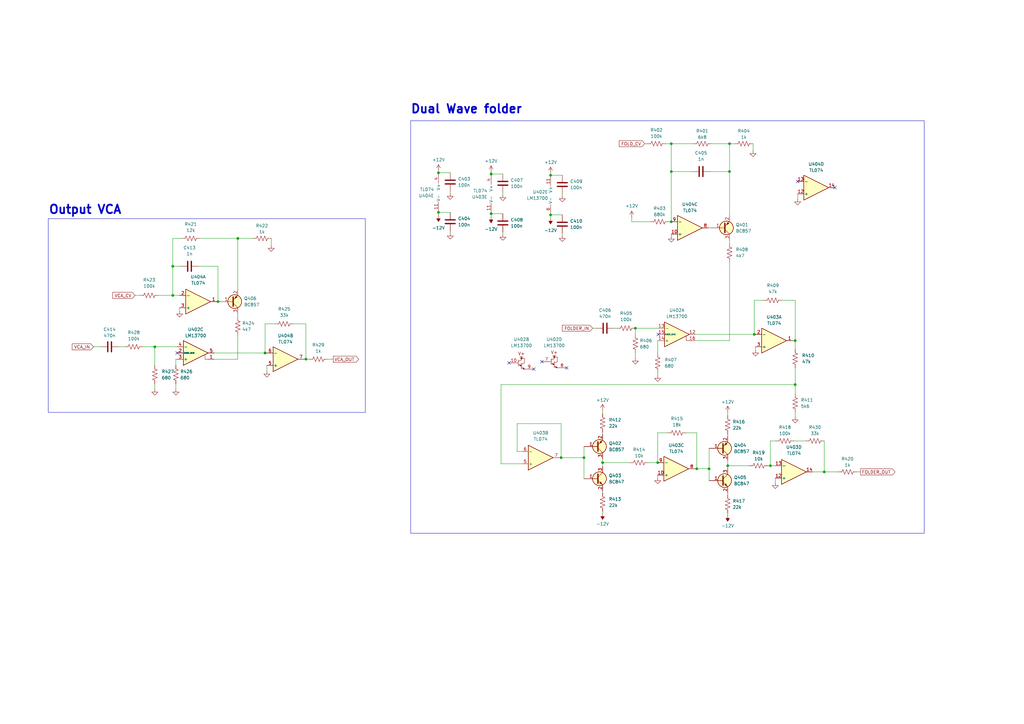
<source format=kicad_sch>
(kicad_sch (version 20231120) (generator "eeschema") (generator_version "8.0")
  (paper "A3")
  (lib_symbols
    (symbol "Amplifier_Operational:LM13700" (pin_names (offset 0.127))
      (property "Reference" "U" (at 3.81 5.08 0))
      (property "Value" "LM13700" (at 5.08 -5.08 0))
      (symbol "LM13700_1_1"
        (polyline (pts (xy 3.81 -0.635) (xy 3.81 -2.54) (xy 5.08 -2.54)))
        (polyline (pts (xy 5.08 0) (xy -5.08 -5.08) (xy -5.08 5.08) (xy 5.08 0)) (stroke (width 0.254)) (fill (type background)))
        (pin output line (at 7.62 0 180) (length 2.54) (name "~") (number "12"))
        (pin input line (at -7.62 2.54 0) (length 2.54) (name "-") (number "13"))
        (pin input line (at -7.62 -2.54 0) (length 2.54) (name "+") (number "14"))
        (pin input line (at -7.62 0 0) (length 2.54) (name "DIODE_BIAS") (number "15"))
        (pin input line (at 7.62 -2.54 180) (length 2.54) (name "~") (number "16"))
      )
      (symbol "LM13700_2_0"
        (polyline (pts (xy -1.905 2.54) (xy -3.175 2.54)))
      )
      (symbol "LM13700_2_1"
        (circle (center -2.54 1.905) (radius 0.254) (stroke (width 0.254)) (fill (type outline)))
        (polyline (pts (xy -3.81 -0.635) (xy -2.54 -1.27)))
        (polyline (pts (xy -3.81 1.27) (xy -3.81 -1.27)))
        (polyline (pts (xy -2.54 -1.905) (xy -1.27 -2.54)))
        (polyline (pts (xy -2.54 0) (xy -2.54 -2.54)))
        (polyline (pts (xy -3.81 0.635) (xy -2.54 1.27) (xy -2.54 1.905) (xy -2.54 2.54)))
        (polyline (pts (xy -2.54 -1.27) (xy -3.175 -0.635) (xy -3.175 -1.27) (xy -2.54 -1.27)) (fill (type outline)))
        (polyline (pts (xy -2.54 -0.635) (xy -1.27 0) (xy -1.27 1.905) (xy -2.54 1.905)))
        (polyline (pts (xy -1.27 -2.54) (xy -1.905 -1.905) (xy -1.905 -2.54) (xy -1.27 -2.54)) (fill (type outline)))
        (text "V+" (at -2.54 3.81 0) (effects (font (size 1.27 1.27))))
        (pin input line (at -7.62 0 0) (length 3.81) (name "~") (number "10"))
        (pin output line (at 2.54 -2.54 180) (length 3.81) (name "~") (number "9"))
      )
      (symbol "LM13700_3_1"
        (polyline (pts (xy 3.81 -0.635) (xy 3.81 -2.54) (xy 5.08 -2.54)))
        (polyline (pts (xy 5.08 0) (xy -5.08 -5.08) (xy -5.08 5.08) (xy 5.08 0)) (stroke (width 0.254)) (fill (type background)))
        (pin input line (at 7.62 -2.54 180) (length 2.54) (name "~") (number "1"))
        (pin input line (at -7.62 0 0) (length 2.54) (name "DIODE_BIAS") (number "2"))
        (pin input line (at -7.62 -2.54 0) (length 2.54) (name "+") (number "3"))
        (pin input line (at -7.62 2.54 0) (length 2.54) (name "-") (number "4"))
        (pin output line (at 7.62 0 180) (length 2.54) (name "~") (number "5"))
      )
      (symbol "LM13700_4_0"
        (polyline (pts (xy -3.175 2.54) (xy -1.905 2.54)))
        (text "V+" (at -2.54 3.81 0) (effects (font (size 1.27 1.27))))
      )
      (symbol "LM13700_4_1"
        (circle (center -2.54 1.905) (radius 0.254) (stroke (width 0.254)) (fill (type outline)))
        (polyline (pts (xy -3.81 -0.635) (xy -2.54 -1.27)))
        (polyline (pts (xy -3.81 1.27) (xy -3.81 -1.27)))
        (polyline (pts (xy -2.54 -1.905) (xy -1.27 -2.54)))
        (polyline (pts (xy -2.54 0) (xy -2.54 -2.54)))
        (polyline (pts (xy -3.81 0.635) (xy -2.54 1.27) (xy -2.54 2.54)))
        (polyline (pts (xy -2.54 -1.27) (xy -3.175 -0.635) (xy -3.175 -1.27) (xy -2.54 -1.27)) (fill (type outline)))
        (polyline (pts (xy -2.54 -0.635) (xy -1.27 0) (xy -1.27 1.905) (xy -2.54 1.905)))
        (polyline (pts (xy -1.27 -2.54) (xy -1.905 -1.905) (xy -1.905 -2.54) (xy -1.27 -2.54)) (fill (type outline)))
        (pin input line (at -7.62 0 0) (length 3.81) (name "~") (number "7"))
        (pin output line (at 2.54 -2.54 180) (length 3.81) (name "~") (number "8"))
      )
      (symbol "LM13700_5_1"
        (pin power_in line (at -2.54 7.62 270) (length 3.81) (name "V+") (number "11"))
        (pin power_in line (at -2.54 -7.62 90) (length 3.81) (name "V-") (number "6"))
      )
    )
    (symbol "Amplifier_Operational:TL074" (pin_names (offset 0.127))
      (property "Reference" "U" (at 0 5.08 0))
      (property "Value" "TL074" (at 0 -5.08 0))
      (symbol "TL074_1_1"
        (polyline (pts (xy -5.08 5.08) (xy 5.08 0) (xy -5.08 -5.08) (xy -5.08 5.08)) (stroke (width 0.254)) (fill (type background)))
        (pin output line (at 7.62 0 180) (length 2.54) (name "~") (number "1"))
        (pin input line (at -7.62 -2.54 0) (length 2.54) (name "-") (number "2"))
        (pin input line (at -7.62 2.54 0) (length 2.54) (name "+") (number "3"))
      )
      (symbol "TL074_2_1"
        (polyline (pts (xy -5.08 5.08) (xy 5.08 0) (xy -5.08 -5.08) (xy -5.08 5.08)) (stroke (width 0.254)) (fill (type background)))
        (pin input line (at -7.62 2.54 0) (length 2.54) (name "+") (number "5"))
        (pin input line (at -7.62 -2.54 0) (length 2.54) (name "-") (number "6"))
        (pin output line (at 7.62 0 180) (length 2.54) (name "~") (number "7"))
      )
      (symbol "TL074_3_1"
        (polyline (pts (xy -5.08 5.08) (xy 5.08 0) (xy -5.08 -5.08) (xy -5.08 5.08)) (stroke (width 0.254)) (fill (type background)))
        (pin input line (at -7.62 2.54 0) (length 2.54) (name "+") (number "10"))
        (pin output line (at 7.62 0 180) (length 2.54) (name "~") (number "8"))
        (pin input line (at -7.62 -2.54 0) (length 2.54) (name "-") (number "9"))
      )
      (symbol "TL074_4_1"
        (polyline (pts (xy -5.08 5.08) (xy 5.08 0) (xy -5.08 -5.08) (xy -5.08 5.08)) (stroke (width 0.254)) (fill (type background)))
        (pin input line (at -7.62 2.54 0) (length 2.54) (name "+") (number "12"))
        (pin input line (at -7.62 -2.54 0) (length 2.54) (name "-") (number "13"))
        (pin output line (at 7.62 0 180) (length 2.54) (name "~") (number "14"))
      )
      (symbol "TL074_5_1"
        (pin power_in line (at -2.54 -7.62 90) (length 3.81) (name "V-") (number "11"))
        (pin power_in line (at -2.54 7.62 270) (length 3.81) (name "V+") (number "4"))
      )
    )
    (symbol "Device:C" (pin_numbers hide) (pin_names (offset 0.254))
      (property "Reference" "C" (at 0.635 2.54 0))
      (property "Value" "C" (at 0.635 -2.54 0))
      (symbol "C_0_1"
        (polyline (pts (xy -2.032 -0.762) (xy 2.032 -0.762)) (stroke (width 0.508)))
        (polyline (pts (xy -2.032 0.762) (xy 2.032 0.762)) (stroke (width 0.508)))
      )
      (symbol "C_1_1"
        (pin passive line (at 0 3.81 270) (length 2.794) (name "~") (number "1"))
        (pin passive line (at 0 -3.81 90) (length 2.794) (name "~") (number "2"))
      )
    )
    (symbol "Device:R_US" (pin_numbers hide) (pin_names (offset 0))
      (property "Reference" "R" (at 2.54 0 90))
      (property "Value" "R_US" (at -2.54 0 90))
      (symbol "R_US_0_1"
        (polyline (pts (xy 0 -2.286) (xy 0 -2.54)))
        (polyline (pts (xy 0 2.286) (xy 0 2.54)))
        (polyline (pts (xy 0 -0.762) (xy 1.016 -1.143) (xy 0 -1.524) (xy -1.016 -1.905) (xy 0 -2.286)))
        (polyline (pts (xy 0 0.762) (xy 1.016 0.381) (xy 0 0) (xy -1.016 -0.381) (xy 0 -0.762)))
        (polyline (pts (xy 0 2.286) (xy 1.016 1.905) (xy 0 1.524) (xy -1.016 1.143) (xy 0 0.762)))
      )
      (symbol "R_US_1_1"
        (pin passive line (at 0 3.81 270) (length 1.27) (name "~") (number "1"))
        (pin passive line (at 0 -3.81 90) (length 1.27) (name "~") (number "2"))
      )
    )
    (symbol "PCM_Transistor_BJT_AKL:BC847" (pin_names hide)
      (property "Reference" "Q" (at 5.08 1.27 0))
      (property "Value" "BC847" (at 5.08 -1.27 0))
      (symbol "BC847_0_1"
        (polyline (pts (xy 0.635 0.635) (xy 2.54 2.54)))
        (polyline (pts (xy 0.635 -0.635) (xy 2.54 -2.54) (xy 2.54 -2.54)))
        (polyline (pts (xy 0.635 1.905) (xy 0.635 -1.905) (xy 0.635 -1.905)) (stroke (width 0.508)))
        (polyline (pts (xy 1.27 -1.778) (xy 1.778 -1.27) (xy 2.286 -2.286) (xy 1.27 -1.778) (xy 1.27 -1.778)) (fill (type outline)))
        (circle (center 1.27 0) (radius 2.8194) (stroke (width 0.254)) (fill (type background)))
      )
      (symbol "BC847_1_1"
        (pin input line (at -5.08 0 0) (length 5.715) (name "B") (number "1"))
        (pin passive line (at 2.54 -5.08 90) (length 2.54) (name "E") (number "2"))
        (pin passive line (at 2.54 5.08 270) (length 2.54) (name "C") (number "3"))
      )
    )
    (symbol "PCM_Transistor_BJT_AKL:BC857" (pin_names hide)
      (property "Reference" "Q" (at 5.08 1.27 0))
      (property "Value" "BC857" (at 5.08 -1.27 0))
      (symbol "BC857_0_1"
        (polyline (pts (xy 0.635 -0.635) (xy 2.54 -2.54)))
        (polyline (pts (xy 0.635 -1.905) (xy 0.635 1.905) (xy 0.635 1.905)) (stroke (width 0.508)))
        (polyline (pts (xy 0.635 0.635) (xy 2.54 2.54) (xy 2.54 2.54)))
        (polyline (pts (xy 2.286 1.778) (xy 1.778 2.286) (xy 1.27 1.27) (xy 2.286 1.778) (xy 2.286 1.778)) (fill (type outline)))
        (circle (center 1.27 0) (radius 2.8194) (stroke (width 0.254)) (fill (type background)))
      )
      (symbol "BC857_1_1"
        (pin input line (at -5.08 0 0) (length 5.715) (name "B") (number "1"))
        (pin passive line (at 2.54 5.08 270) (length 2.54) (name "E") (number "2"))
        (pin passive line (at 2.54 -5.08 90) (length 2.54) (name "C") (number "3"))
      )
    )
    (symbol "power:+12V" (power) (pin_names (offset 0))
      (property "Value" "+12V" (at 0 3.556 0))
      (symbol "+12V_0_1"
        (polyline (pts (xy -0.762 1.27) (xy 0 2.54)))
        (polyline (pts (xy 0 0) (xy 0 2.54)))
        (polyline (pts (xy 0 2.54) (xy 0.762 1.27)))
      )
      (symbol "+12V_1_1"
        (pin power_in line (at 0 0 90) (length 0) hide (name "+12V") (number "1"))
      )
    )
    (symbol "power:-12V" (power) (pin_names (offset 0))
      (property "Value" "-12V" (at 0 3.81 0))
      (symbol "-12V_0_0"
        (pin power_in line (at 0 0 90) (length 0) hide (name "-12V") (number "1"))
      )
      (symbol "-12V_0_1"
        (polyline (pts (xy 0 0) (xy 0 1.27) (xy 0.762 1.27) (xy 0 2.54) (xy -0.762 1.27) (xy 0 1.27)) (fill (type outline)))
      )
    )
    (symbol "power:GND" (power) (pin_names (offset 0))
      (symbol "GND_0_1"
        (polyline (pts (xy 0 0) (xy 0 -1.27) (xy 1.27 -1.27) (xy 0 -2.54) (xy -1.27 -1.27) (xy 0 -1.27)))
      )
      (symbol "GND_1_1"
        (pin power_in line (at 0 0 270) (length 0) hide (name "GND") (number "1"))
      )
    )
  )
  (junction (at 275.336 58.928))
  (junction (at 299.212 70.358))
  (junction (at 309.372 137.16))
  (junction (at 315.976 191.008))
  (junction (at 70.866 121.158))
  (junction (at 275.336 70.358))
  (junction (at 298.45 191.008))
  (junction (at 285.75 192.278))
  (junction (at 247.142 189.738))
  (junction (at 108.712 144.78))
  (junction (at 70.866 109.22))
  (junction (at 97.536 97.79))
  (junction (at 338.074 193.548))
  (junction (at 326.136 157.734))
  (junction (at 290.83 192.278))
  (junction (at 275.336 90.932))
  (junction (at 299.212 58.928))
  (junction (at 179.832 70.866))
  (junction (at 201.422 71.374))
  (junction (at 179.832 87.122))
  (junction (at 225.806 71.882))
  (junction (at 201.422 87.63))
  (junction (at 326.136 139.7))
  (junction (at 89.408 123.698))
  (junction (at 230.124 187.706))
  (junction (at 63.5 142.24))
  (junction (at 125.476 147.32))
  (junction (at 260.604 134.62))
  (junction (at 269.748 189.738))
  (junction (at 239.522 187.706))
  (junction (at 225.806 88.138))
  (no_connect (at 72.644 144.78))
  (no_connect (at 232.41 150.876))
  (no_connect (at 218.948 151.384))
  (no_connect (at 208.788 148.844))
  (no_connect (at 327.152 74.422))
  (no_connect (at 270.002 137.16))
  (no_connect (at 222.25 148.336))
  (no_connect (at 342.392 76.962))
  (wire (pts (xy 48.768 142.24) (xy 51.054 142.24)))
  (wire (pts (xy 326.136 123.19) (xy 326.136 139.7)))
  (wire (pts (xy 291.338 70.358) (xy 299.212 70.358)))
  (wire (pts (xy 179.832 87.122) (xy 179.832 88.392)))
  (wire (pts (xy 285.242 137.16) (xy 309.372 137.16)))
  (wire (pts (xy 201.422 71.374) (xy 201.422 71.882)))
  (wire (pts (xy 320.802 123.19) (xy 326.136 123.19)))
  (wire (pts (xy 309.372 137.16) (xy 309.88 137.16)))
  (wire (pts (xy 97.536 97.79) (xy 103.632 97.79)))
  (wire (pts (xy 87.884 144.78) (xy 108.712 144.78)))
  (wire (pts (xy 285.242 139.7) (xy 299.212 139.7)))
  (wire (pts (xy 72.644 142.24) (xy 63.5 142.24)))
  (wire (pts (xy 230.124 187.706) (xy 229.362 187.706)))
  (wire (pts (xy 247.142 177.292) (xy 247.142 178.054)))
  (wire (pts (xy 298.45 210.566) (xy 298.45 211.328)))
  (wire (pts (xy 269.748 177.546) (xy 269.748 189.738)))
  (wire (pts (xy 134.366 147.32) (xy 136.652 147.32)))
  (wire (pts (xy 260.604 134.62) (xy 260.604 137.16)))
  (wire (pts (xy 326.136 143.256) (xy 326.136 139.7)))
  (wire (pts (xy 326.136 169.164) (xy 326.136 170.942)))
  (wire (pts (xy 214.122 190.246) (xy 205.486 190.246)))
  (wire (pts (xy 201.422 87.63) (xy 206.248 87.63)))
  (wire (pts (xy 247.142 201.422) (xy 247.142 202.184)))
  (wire (pts (xy 275.336 96.012) (xy 275.336 96.774)))
  (wire (pts (xy 338.074 193.548) (xy 343.789 193.548)))
  (wire (pts (xy 299.212 88.392) (xy 299.212 70.358)))
  (wire (pts (xy 72.136 149.86) (xy 72.136 147.32)))
  (wire (pts (xy 201.422 87.63) (xy 201.422 88.9)))
  (wire (pts (xy 351.409 193.548) (xy 352.933 193.548)))
  (wire (pts (xy 108.712 144.78) (xy 109.474 144.78)))
  (wire (pts (xy 63.5 142.24) (xy 58.674 142.24)))
  (wire (pts (xy 179.832 70.866) (xy 184.658 70.866)))
  (wire (pts (xy 315.976 191.008) (xy 318.008 191.008)))
  (wire (pts (xy 179.832 86.614) (xy 179.832 87.122)))
  (wire (pts (xy 309.88 142.24) (xy 309.88 143.51)))
  (wire (pts (xy 212.09 185.166) (xy 212.09 173.736)))
  (wire (pts (xy 243.078 134.62) (xy 244.348 134.62)))
  (wire (pts (xy 184.658 94.742) (xy 184.658 95.504)))
  (wire (pts (xy 338.074 180.848) (xy 338.074 193.548)))
  (wire (pts (xy 275.336 58.928) (xy 275.336 70.358)))
  (wire (pts (xy 112.776 132.842) (xy 108.712 132.842)))
  (wire (pts (xy 109.474 149.86) (xy 109.474 152.146)))
  (wire (pts (xy 184.658 78.486) (xy 184.658 79.248)))
  (wire (pts (xy 299.212 58.928) (xy 299.212 70.358)))
  (wire (pts (xy 120.396 132.842) (xy 125.476 132.842)))
  (wire (pts (xy 259.08 89.154) (xy 259.08 90.932)))
  (wire (pts (xy 285.75 177.546) (xy 285.75 192.278)))
  (wire (pts (xy 70.866 109.22) (xy 70.866 121.158)))
  (wire (pts (xy 206.248 78.994) (xy 206.248 79.756)))
  (wire (pts (xy 38.354 142.24) (xy 41.148 142.24)))
  (wire (pts (xy 251.968 134.62) (xy 252.984 134.62)))
  (wire (pts (xy 125.476 132.842) (xy 125.476 147.32)))
  (wire (pts (xy 298.45 178.054) (xy 298.45 178.816)))
  (wire (pts (xy 205.486 157.734) (xy 326.136 157.734)))
  (wire (pts (xy 70.866 121.158) (xy 73.66 121.158)))
  (wire (pts (xy 247.142 188.214) (xy 247.142 189.738)))
  (wire (pts (xy 318.135 180.848) (xy 315.976 180.848)))
  (wire (pts (xy 318.008 196.088) (xy 318.008 197.866)))
  (wire (pts (xy 269.748 145.034) (xy 269.748 139.7)))
  (wire (pts (xy 212.09 173.736) (xy 230.124 173.736)))
  (wire (pts (xy 89.408 123.698) (xy 89.916 123.698)))
  (wire (pts (xy 314.96 191.008) (xy 315.976 191.008)))
  (wire (pts (xy 125.476 147.32) (xy 124.714 147.32)))
  (wire (pts (xy 274.32 90.932) (xy 275.336 90.932)))
  (wire (pts (xy 247.142 189.738) (xy 247.142 191.262)))
  (wire (pts (xy 63.5 157.48) (xy 63.5 159.512)))
  (wire (pts (xy 230.124 187.706) (xy 239.522 187.706)))
  (wire (pts (xy 230.124 173.736) (xy 230.124 187.706)))
  (wire (pts (xy 225.806 88.138) (xy 230.632 88.138)))
  (wire (pts (xy 73.66 126.238) (xy 73.66 127.508)))
  (wire (pts (xy 299.212 58.928) (xy 301.244 58.928)))
  (wire (pts (xy 265.938 189.738) (xy 269.748 189.738)))
  (wire (pts (xy 299.212 98.552) (xy 299.212 99.822)))
  (wire (pts (xy 285.75 192.278) (xy 290.83 192.278)))
  (wire (pts (xy 326.136 161.544) (xy 326.136 157.734)))
  (wire (pts (xy 260.604 144.78) (xy 260.604 146.812)))
  (wire (pts (xy 225.806 71.12) (xy 225.806 71.882)))
  (wire (pts (xy 65.024 121.158) (xy 70.866 121.158)))
  (wire (pts (xy 290.576 93.472) (xy 291.592 93.472)))
  (wire (pts (xy 281.432 177.546) (xy 285.75 177.546)))
  (wire (pts (xy 327.152 79.502) (xy 327.152 81.534)))
  (wire (pts (xy 225.806 71.882) (xy 225.806 72.39)))
  (wire (pts (xy 269.748 139.7) (xy 270.002 139.7)))
  (wire (pts (xy 70.866 97.79) (xy 70.866 109.22)))
  (wire (pts (xy 298.45 191.008) (xy 298.45 192.024)))
  (wire (pts (xy 313.182 123.19) (xy 309.372 123.19)))
  (wire (pts (xy 308.864 58.928) (xy 308.864 61.722)))
  (wire (pts (xy 97.536 97.79) (xy 97.536 118.618)))
  (wire (pts (xy 264.414 58.928) (xy 265.43 58.928)))
  (wire (pts (xy 269.748 152.654) (xy 269.748 153.924)))
  (wire (pts (xy 225.806 88.138) (xy 225.806 89.408)))
  (wire (pts (xy 275.336 70.358) (xy 275.336 90.932)))
  (wire (pts (xy 82.042 97.79) (xy 97.536 97.79)))
  (wire (pts (xy 125.476 147.32) (xy 126.746 147.32)))
  (wire (pts (xy 285.75 192.278) (xy 284.988 192.278)))
  (wire (pts (xy 290.83 183.896) (xy 290.83 192.278)))
  (wire (pts (xy 225.806 71.882) (xy 230.632 71.882)))
  (wire (pts (xy 239.522 183.134) (xy 239.522 187.706)))
  (wire (pts (xy 239.522 187.706) (xy 239.522 196.342)))
  (wire (pts (xy 72.136 147.32) (xy 72.644 147.32)))
  (wire (pts (xy 70.866 109.22) (xy 73.914 109.22)))
  (wire (pts (xy 206.248 95.25) (xy 206.248 96.012)))
  (wire (pts (xy 214.122 185.166) (xy 212.09 185.166)))
  (wire (pts (xy 299.212 139.7) (xy 299.212 107.442)))
  (wire (pts (xy 291.846 58.928) (xy 299.212 58.928)))
  (wire (pts (xy 108.712 132.842) (xy 108.712 144.78)))
  (wire (pts (xy 97.536 147.32) (xy 97.536 137.668)))
  (wire (pts (xy 290.83 192.278) (xy 290.83 197.104)))
  (wire (pts (xy 87.884 147.32) (xy 97.536 147.32)))
  (wire (pts (xy 111.252 97.79) (xy 111.252 100.584)))
  (wire (pts (xy 298.45 169.164) (xy 298.45 170.434)))
  (wire (pts (xy 315.976 180.848) (xy 315.976 191.008)))
  (wire (pts (xy 81.534 109.22) (xy 89.408 109.22)))
  (wire (pts (xy 326.136 157.734) (xy 326.136 150.876)))
  (wire (pts (xy 298.45 188.976) (xy 298.45 191.008)))
  (wire (pts (xy 225.806 87.63) (xy 225.806 88.138)))
  (wire (pts (xy 247.142 189.738) (xy 258.318 189.738)))
  (wire (pts (xy 298.45 202.184) (xy 298.45 202.946)))
  (wire (pts (xy 326.136 139.7) (xy 325.12 139.7)))
  (wire (pts (xy 201.422 71.374) (xy 206.248 71.374)))
  (wire (pts (xy 72.136 157.48) (xy 72.136 159.512)))
  (wire (pts (xy 269.748 194.818) (xy 269.748 195.834)))
  (wire (pts (xy 97.536 128.778) (xy 97.536 130.048)))
  (wire (pts (xy 247.142 209.804) (xy 247.142 210.566)))
  (wire (pts (xy 333.248 193.548) (xy 338.074 193.548)))
  (wire (pts (xy 275.336 58.928) (xy 284.226 58.928)))
  (wire (pts (xy 89.408 109.22) (xy 89.408 123.698)))
  (wire (pts (xy 55.372 121.158) (xy 57.404 121.158)))
  (wire (pts (xy 179.832 70.866) (xy 179.832 71.374)))
  (wire (pts (xy 298.45 191.008) (xy 307.34 191.008)))
  (wire (pts (xy 230.632 95.758) (xy 230.632 96.52)))
  (wire (pts (xy 201.422 70.612) (xy 201.422 71.374)))
  (wire (pts (xy 63.5 142.24) (xy 63.5 149.86)))
  (wire (pts (xy 259.08 90.932) (xy 266.7 90.932)))
  (wire (pts (xy 205.486 190.246) (xy 205.486 157.734)))
  (wire (pts (xy 260.604 134.62) (xy 270.002 134.62)))
  (wire (pts (xy 230.632 79.502) (xy 230.632 80.264)))
  (wire (pts (xy 88.9 123.698) (xy 89.408 123.698)))
  (wire (pts (xy 309.372 123.19) (xy 309.372 137.16)))
  (wire (pts (xy 179.832 70.104) (xy 179.832 70.866)))
  (wire (pts (xy 201.422 87.122) (xy 201.422 87.63)))
  (wire (pts (xy 273.812 177.546) (xy 269.748 177.546)))
  (wire (pts (xy 275.336 70.358) (xy 283.718 70.358)))
  (wire (pts (xy 247.142 168.402) (xy 247.142 169.672)))
  (wire (pts (xy 179.832 87.122) (xy 184.658 87.122)))
  (wire (pts (xy 74.422 97.79) (xy 70.866 97.79)))
  (wire (pts (xy 325.755 180.848) (xy 330.454 180.848)))
  (wire (pts (xy 273.05 58.928) (xy 275.336 58.928)))
  (rectangle (start 168.402 49.53) (end 379.095 218.694))
  (rectangle (start 19.812 89.662) (end 149.86 169.164))
  (text "Dual Wave folder" (at 168.275 46.863 0) (effects (font (size 3.5 3.5) (thickness 0.7) (bold yes)) (justify left bottom)))
  (text "Output VCA" (at 19.812 88.138 0) (effects (font (size 3.5 3.5) (thickness 0.7) (bold yes)) (justify left bottom)))
  (global_label "FOLDER_IN" (shape input) (at 243.078 134.62 180) (property "Intersheetrefs" "${INTERSHEET_REFS}" (effects (hide yes))))
  (global_label "FOLDER_OUT" (shape output) (at 352.933 193.548 0) (property "Intersheetrefs" "${INTERSHEET_REFS}" (effects (hide yes))))
  (global_label "VCA_IN" (shape input) (at 38.354 142.24 180) (property "Intersheetrefs" "${INTERSHEET_REFS}" (effects (hide yes))))
  (global_label "VCA_CV" (shape input) (at 55.372 121.158 180) (property "Intersheetrefs" "${INTERSHEET_REFS}" (effects (hide yes))))
  (global_label "FOLD_CV" (shape input) (at 264.414 58.928 180) (property "Intersheetrefs" "${INTERSHEET_REFS}" (effects (hide yes))))
  (global_label "VCA_OUT" (shape output) (at 136.652 147.32 0) (property "Intersheetrefs" "${INTERSHEET_REFS}" (effects (hide yes))))
  (symbol (lib_id "Device:R_US") (at 63.5 153.67 180) (unit 1)
    (property "Reference" "R427" (at 66.294 152.4 0) (effects (justify right)))
    (property "Value" "680" (at 66.294 154.94 0) (effects (justify right)))
    (property "Footprint" "Resistor_SMD:R_0805_2012Metric" (effects (hide yes)))
  )
  (symbol (lib_id "Device:R_US") (at 298.45 174.244 180) (unit 1)
    (property "Reference" "R416" (at 300.482 172.974 0) (effects (justify right)))
    (property "Value" "22k" (at 300.482 175.514 0) (effects (justify right)))
    (property "Footprint" "Resistor_SMD:R_0805_2012Metric" (effects (hide yes)))
  )
  (symbol (lib_id "Device:R_US") (at 305.054 58.928 90) (unit 1)
    (property "Reference" "R404" (at 305.054 53.721 90))
    (property "Value" "1k" (at 305.054 56.261 90))
    (property "Footprint" "Resistor_SMD:R_0805_2012Metric" (effects (hide yes)))
  )
  (symbol (lib_id "power:GND") (at 184.658 79.248 0) (unit 1)
    (property "Reference" "#PWR0409" (effects (hide yes)))
    (property "Value" "GND" (effects (hide yes)))
  )
  (symbol (lib_id "Amplifier_Operational:TL074") (at 221.742 187.706 0) (mirror x) (unit 2)
    (property "Reference" "U403" (at 221.742 177.546 0))
    (property "Value" "TL074" (at 221.742 180.086 0))
    (property "Footprint" "Package_SO:SOIC-14_3.9x8.7mm_P1.27mm" (effects (hide yes)))
    (property "Datasheet" "http://www.ti.com/lit/ds/symlink/tl071.pdf" (effects (hide yes)))
  )
  (symbol (lib_id "Amplifier_Operational:LM13700") (at 216.408 148.844 0) (unit 2)
    (property "Reference" "U402" (at 213.868 139.192 0))
    (property "Value" "LM13700" (at 213.868 141.732 0))
    (property "Footprint" "Package_SO:SOIC-16_3.9x9.9mm_P1.27mm" (effects (hide yes)))
    (property "Datasheet" "http://www.ti.com/lit/ds/symlink/lm13700.pdf" (effects (hide yes)))
  )
  (symbol (lib_id "Device:R_US") (at 256.794 134.62 90) (unit 1)
    (property "Reference" "R405" (at 256.794 128.524 90))
    (property "Value" "100k" (at 256.794 131.064 90))
    (property "Footprint" "Resistor_SMD:R_0805_2012Metric" (effects (hide yes)))
  )
  (symbol (lib_id "PCM_Transistor_BJT_AKL:BC857") (at 244.602 183.134 0) (unit 1)
    (property "Reference" "Q402" (at 249.682 181.864 0) (effects (justify left)))
    (property "Value" "BC857" (at 249.682 184.404 0) (effects (justify left)))
    (property "Footprint" "PCM_4ms_Package_SOT:SOT-23" (effects (hide yes)))
    (property "Datasheet" "https://www.tme.eu/Document/c382caaa0cc481743f0c0197b727e2d1/BC856A.pdf" (effects (hide yes)))
  )
  (symbol (lib_id "power:-12V") (at 225.806 89.408 180) (unit 1)
    (property "Reference" "#PWR0429" (effects (hide yes)))
    (property "Value" "-12V" (at 225.806 94.488 0))
  )
  (symbol (lib_id "Amplifier_Operational:LM13700") (at 223.266 80.01 0) (mirror y) (unit 5)
    (property "Reference" "U402" (at 224.79 78.74 0) (effects (justify left)))
    (property "Value" "LM13700" (at 224.79 81.28 0) (effects (justify left)))
    (property "Footprint" "Package_SO:SOIC-16_3.9x9.9mm_P1.27mm" (effects (hide yes)))
    (property "Datasheet" "http://www.ti.com/lit/ds/symlink/lm13700.pdf" (effects (hide yes)))
  )
  (symbol (lib_id "Device:R_US") (at 316.992 123.19 270) (unit 1)
    (property "Reference" "R409" (at 316.992 117.094 90))
    (property "Value" "47k" (at 316.992 119.634 90))
    (property "Footprint" "Resistor_SMD:R_0805_2012Metric" (effects (hide yes)))
  )
  (symbol (lib_id "Device:R_US") (at 269.24 58.928 90) (unit 1)
    (property "Reference" "R402" (at 269.24 53.34 90))
    (property "Value" "100k" (at 269.24 55.88 90))
    (property "Footprint" "Resistor_SMD:R_0805_2012Metric" (effects (hide yes)))
  )
  (symbol (lib_id "Device:C") (at 184.658 90.932 0) (unit 1)
    (property "Reference" "C404" (at 187.833 89.662 0) (effects (justify left)))
    (property "Value" "100n" (at 187.833 92.202 0) (effects (justify left)))
    (property "Footprint" "Capacitor_SMD:C_0805_2012Metric" (effects (hide yes)))
  )
  (symbol (lib_id "Device:C") (at 206.248 75.184 0) (unit 1)
    (property "Reference" "C407" (at 209.423 73.914 0) (effects (justify left)))
    (property "Value" "100n" (at 209.423 76.454 0) (effects (justify left)))
    (property "Footprint" "Capacitor_SMD:C_0805_2012Metric" (effects (hide yes)))
  )
  (symbol (lib_id "Device:R_US") (at 247.142 205.994 180) (unit 1)
    (property "Reference" "R413" (at 249.682 204.724 0) (effects (justify right)))
    (property "Value" "22k" (at 249.682 207.264 0) (effects (justify right)))
    (property "Footprint" "Resistor_SMD:R_0805_2012Metric" (effects (hide yes)))
  )
  (symbol (lib_id "power:GND") (at 184.658 95.504 0) (unit 1)
    (property "Reference" "#PWR0410" (effects (hide yes)))
    (property "Value" "GND" (effects (hide yes)))
  )
  (symbol (lib_id "Amplifier_Operational:TL074") (at 81.28 123.698 0) (mirror x) (unit 1)
    (property "Reference" "U404" (at 81.28 113.538 0))
    (property "Value" "TL074" (at 81.28 116.078 0))
    (property "Footprint" "Package_SO:SOIC-14_3.9x8.7mm_P1.27mm" (effects (hide yes)))
    (property "Datasheet" "http://www.ti.com/lit/ds/symlink/tl071.pdf" (effects (hide yes)))
  )
  (symbol (lib_id "Device:R_US") (at 116.586 132.842 90) (unit 1)
    (property "Reference" "R425" (at 116.586 126.746 90))
    (property "Value" "33k" (at 116.586 129.286 90))
    (property "Footprint" "Resistor_SMD:R_0805_2012Metric" (effects (hide yes)))
  )
  (symbol (lib_id "power:GND") (at 230.632 80.264 0) (unit 1)
    (property "Reference" "#PWR0430" (effects (hide yes)))
    (property "Value" "GND" (effects (hide yes)))
  )
  (symbol (lib_id "PCM_Transistor_BJT_AKL:BC857") (at 94.996 123.698 0) (unit 1)
    (property "Reference" "Q406" (at 100.076 122.428 0) (effects (justify left)))
    (property "Value" "BC857" (at 100.076 124.968 0) (effects (justify left)))
    (property "Footprint" "PCM_4ms_Package_SOT:SOT-23" (effects (hide yes)))
    (property "Datasheet" "https://www.tme.eu/Document/c382caaa0cc481743f0c0197b727e2d1/BC856A.pdf" (effects (hide yes)))
  )
  (symbol (lib_id "Device:R_US") (at 61.214 121.158 90) (unit 1)
    (property "Reference" "R423" (at 61.214 114.808 90))
    (property "Value" "100k" (at 61.214 117.348 90))
    (property "Footprint" "Resistor_SMD:R_0805_2012Metric" (effects (hide yes)))
  )
  (symbol (lib_id "PCM_Transistor_BJT_AKL:BC847") (at 295.91 197.104 0) (unit 1)
    (property "Reference" "Q405" (at 300.99 195.834 0) (effects (justify left)))
    (property "Value" "BC847" (at 300.99 198.374 0) (effects (justify left)))
    (property "Footprint" "PCM_4ms_Package_SOT:SOT-23" (effects (hide yes)))
    (property "Datasheet" "https://assets.nexperia.com/documents/data-sheet/BC847_SER.pdf" (effects (hide yes)))
  )
  (symbol (lib_id "power:GND") (at 327.152 81.534 0) (unit 1)
    (property "Reference" "#PWR0432" (effects (hide yes)))
    (property "Value" "GND" (effects (hide yes)))
  )
  (symbol (lib_id "Device:R_US") (at 326.136 147.066 0) (unit 1)
    (property "Reference" "R410" (at 328.93 145.796 0) (effects (justify left)))
    (property "Value" "47k" (at 328.93 148.336 0) (effects (justify left)))
    (property "Footprint" "Resistor_SMD:R_0805_2012Metric" (effects (hide yes)))
  )
  (symbol (lib_id "Amplifier_Operational:TL074") (at 203.962 79.502 0) (unit 5)
    (property "Reference" "U403" (at 199.898 80.772 0) (effects (justify right)))
    (property "Value" "TL074" (at 199.898 78.232 0) (effects (justify right)))
    (property "Footprint" "Package_SO:SOIC-14_3.9x8.7mm_P1.27mm" (effects (hide yes)))
    (property "Datasheet" "http://www.ti.com/lit/ds/symlink/tl071.pdf" (effects (hide yes)))
  )
  (symbol (lib_id "Device:R_US") (at 72.136 153.67 180) (unit 1)
    (property "Reference" "R426" (at 73.914 152.4 0) (effects (justify right)))
    (property "Value" "680" (at 73.914 154.94 0) (effects (justify right)))
    (property "Footprint" "Resistor_SMD:R_0805_2012Metric" (effects (hide yes)))
  )
  (symbol (lib_id "Amplifier_Operational:TL074") (at 117.094 147.32 0) (mirror x) (unit 2)
    (property "Reference" "U404" (at 117.094 137.668 0))
    (property "Value" "TL074" (at 117.094 140.208 0))
    (property "Footprint" "Package_SO:SOIC-14_3.9x8.7mm_P1.27mm" (effects (hide yes)))
    (property "Datasheet" "http://www.ti.com/lit/ds/symlink/tl071.pdf" (effects (hide yes)))
  )
  (symbol (lib_id "Amplifier_Operational:TL074") (at 277.368 192.278 0) (mirror x) (unit 3)
    (property "Reference" "U403" (at 277.368 182.626 0))
    (property "Value" "TL074" (at 277.368 185.166 0))
    (property "Footprint" "Package_SO:SOIC-14_3.9x8.7mm_P1.27mm" (effects (hide yes)))
    (property "Datasheet" "http://www.ti.com/lit/ds/symlink/tl071.pdf" (effects (hide yes)))
  )
  (symbol (lib_id "Device:R_US") (at 334.264 180.848 270) (unit 1)
    (property "Reference" "R430" (at 334.264 175.26 90))
    (property "Value" "33k" (at 334.264 177.8 90))
    (property "Footprint" "Resistor_SMD:R_0805_2012Metric" (effects (hide yes)))
  )
  (symbol (lib_id "Device:R_US") (at 262.128 189.738 270) (unit 1)
    (property "Reference" "R414" (at 262.128 184.404 90))
    (property "Value" "10k" (at 262.128 186.944 90))
    (property "Footprint" "Resistor_SMD:R_0805_2012Metric" (effects (hide yes)))
  )
  (symbol (lib_id "Device:R_US") (at 269.748 148.844 180) (unit 1)
    (property "Reference" "R407" (at 272.542 147.574 0) (effects (justify right)))
    (property "Value" "680" (at 272.542 150.114 0) (effects (justify right)))
    (property "Footprint" "Resistor_SMD:R_0805_2012Metric" (effects (hide yes)))
  )
  (symbol (lib_id "power:-12V") (at 179.832 88.392 180) (unit 1)
    (property "Reference" "#PWR0408" (effects (hide yes)))
    (property "Value" "-12V" (at 179.832 93.472 0))
  )
  (symbol (lib_id "Device:R_US") (at 107.442 97.79 90) (unit 1)
    (property "Reference" "R422" (at 107.442 92.583 90))
    (property "Value" "1k" (at 107.442 95.123 90))
    (property "Footprint" "Resistor_SMD:R_0805_2012Metric" (effects (hide yes)))
  )
  (symbol (lib_id "Amplifier_Operational:LM13700") (at 277.622 137.16 0) (unit 1)
    (property "Reference" "U402" (at 277.622 127.254 0))
    (property "Value" "LM13700" (at 277.622 129.794 0))
    (property "Footprint" "Package_SO:SOIC-16_3.9x9.9mm_P1.27mm" (effects (hide yes)))
    (property "Datasheet" "http://www.ti.com/lit/ds/symlink/lm13700.pdf" (effects (hide yes)))
  )
  (symbol (lib_id "power:-12V") (at 201.422 88.9 180) (unit 1)
    (property "Reference" "#PWR0417" (effects (hide yes)))
    (property "Value" "-12V" (at 201.422 93.98 0))
  )
  (symbol (lib_id "Device:R_US") (at 347.599 193.548 270) (unit 1)
    (property "Reference" "R420" (at 347.599 188.214 90))
    (property "Value" "1k" (at 347.599 190.754 90))
    (property "Footprint" "Resistor_SMD:R_0805_2012Metric" (effects (hide yes)))
  )
  (symbol (lib_id "power:GND") (at 309.88 143.51 0) (unit 1)
    (property "Reference" "#PWR0420" (effects (hide yes)))
    (property "Value" "GND" (effects (hide yes)))
  )
  (symbol (lib_id "Device:C") (at 230.632 91.948 0) (unit 1)
    (property "Reference" "C410" (at 233.807 90.678 0) (effects (justify left)))
    (property "Value" "100n" (at 233.807 93.218 0) (effects (justify left)))
    (property "Footprint" "Capacitor_SMD:C_0805_2012Metric" (effects (hide yes)))
  )
  (symbol (lib_id "Device:C") (at 44.958 142.24 90) (unit 1)
    (property "Reference" "C414" (at 44.958 135.128 90))
    (property "Value" "470n" (at 44.958 137.668 90))
    (property "Footprint" "Capacitor_SMD:C_0805_2012Metric" (effects (hide yes)))
  )
  (symbol (lib_id "power:GND") (at 326.136 170.942 0) (unit 1)
    (property "Reference" "#PWR0421" (effects (hide yes)))
    (property "Value" "GND" (effects (hide yes)))
  )
  (symbol (lib_id "Device:C") (at 206.248 91.44 0) (unit 1)
    (property "Reference" "C408" (at 209.423 90.17 0) (effects (justify left)))
    (property "Value" "100n" (at 209.423 92.71 0) (effects (justify left)))
    (property "Footprint" "Capacitor_SMD:C_0805_2012Metric" (effects (hide yes)))
  )
  (symbol (lib_id "power:+12V") (at 225.806 71.12 0) (unit 1)
    (property "Reference" "#PWR0428" (effects (hide yes)))
    (property "Value" "+12V" (at 225.806 66.548 0))
  )
  (symbol (lib_id "Amplifier_Operational:TL074") (at 334.772 76.962 0) (mirror x) (unit 4)
    (property "Reference" "U404" (at 334.772 67.31 0))
    (property "Value" "TL074" (at 334.772 69.85 0))
    (property "Footprint" "Package_SO:SOIC-14_3.9x8.7mm_P1.27mm" (effects (hide yes)))
    (property "Datasheet" "http://www.ti.com/lit/ds/symlink/tl071.pdf" (effects (hide yes)))
  )
  (symbol (lib_id "Device:R_US") (at 277.622 177.546 270) (unit 1)
    (property "Reference" "R415" (at 277.622 171.704 90))
    (property "Value" "18k" (at 277.622 174.244 90))
    (property "Footprint" "Resistor_SMD:R_0805_2012Metric" (effects (hide yes)))
  )
  (symbol (lib_id "Amplifier_Operational:LM13700") (at 229.87 148.336 0) (unit 4)
    (property "Reference" "U402" (at 227.33 139.192 0))
    (property "Value" "LM13700" (at 227.33 141.732 0))
    (property "Footprint" "Package_SO:SOIC-16_3.9x9.9mm_P1.27mm" (effects (hide yes)))
    (property "Datasheet" "http://www.ti.com/lit/ds/symlink/lm13700.pdf" (effects (hide yes)))
  )
  (symbol (lib_id "Device:R_US") (at 97.536 133.858 180) (unit 1)
    (property "Reference" "R424" (at 99.314 132.588 0) (effects (justify right)))
    (property "Value" "4k7" (at 99.314 135.128 0) (effects (justify right)))
    (property "Footprint" "Resistor_SMD:R_0805_2012Metric" (effects (hide yes)))
  )
  (symbol (lib_id "power:GND") (at 230.632 96.52 0) (unit 1)
    (property "Reference" "#PWR0431" (effects (hide yes)))
    (property "Value" "GND" (effects (hide yes)))
  )
  (symbol (lib_id "Device:R_US") (at 78.232 97.79 90) (unit 1)
    (property "Reference" "R421" (at 78.232 91.948 90))
    (property "Value" "12k" (at 78.232 94.488 90))
    (property "Footprint" "Resistor_SMD:R_0805_2012Metric" (effects (hide yes)))
  )
  (symbol (lib_id "power:GND") (at 275.336 96.774 0) (unit 1)
    (property "Reference" "#PWR0411" (effects (hide yes)))
    (property "Value" "GND" (effects (hide yes)))
  )
  (symbol (lib_id "Device:R_US") (at 298.45 206.756 180) (unit 1)
    (property "Reference" "R417" (at 300.482 205.486 0) (effects (justify right)))
    (property "Value" "22k" (at 300.482 208.026 0) (effects (justify right)))
    (property "Footprint" "Resistor_SMD:R_0805_2012Metric" (effects (hide yes)))
  )
  (symbol (lib_id "Device:R_US") (at 247.142 173.482 180) (unit 1)
    (property "Reference" "R412" (at 249.682 172.212 0) (effects (justify right)))
    (property "Value" "22k" (at 249.682 174.752 0) (effects (justify right)))
    (property "Footprint" "Resistor_SMD:R_0805_2012Metric" (effects (hide yes)))
  )
  (symbol (lib_id "power:+12V") (at 201.422 70.612 0) (unit 1)
    (property "Reference" "#PWR0416" (effects (hide yes)))
    (property "Value" "+12V" (at 201.422 66.04 0))
  )
  (symbol (lib_id "power:GND") (at 111.252 100.584 0) (unit 1)
    (property "Reference" "#PWR0436" (effects (hide yes)))
    (property "Value" "GND" (effects (hide yes)))
  )
  (symbol (lib_id "Amplifier_Operational:TL074") (at 317.5 139.7 0) (mirror x) (unit 1)
    (property "Reference" "U403" (at 317.5 130.048 0))
    (property "Value" "TL074" (at 317.5 132.588 0))
    (property "Footprint" "Package_SO:SOIC-14_3.9x8.7mm_P1.27mm" (effects (hide yes)))
    (property "Datasheet" "http://www.ti.com/lit/ds/symlink/tl071.pdf" (effects (hide yes)))
  )
  (symbol (lib_id "Amplifier_Operational:LM13700") (at 80.264 144.78 0) (unit 3)
    (property "Reference" "U402" (at 80.264 135.128 0))
    (property "Value" "LM13700" (at 80.264 137.668 0))
    (property "Footprint" "Package_SO:SOIC-16_3.9x9.9mm_P1.27mm" (effects (hide yes)))
    (property "Datasheet" "http://www.ti.com/lit/ds/symlink/lm13700.pdf" (effects (hide yes)))
  )
  (symbol (lib_id "Device:R_US") (at 54.864 142.24 270) (unit 1)
    (property "Reference" "R428" (at 54.864 136.398 90))
    (property "Value" "100k" (at 54.864 138.938 90))
    (property "Footprint" "Resistor_SMD:R_0805_2012Metric" (effects (hide yes)))
  )
  (symbol (lib_id "Device:R_US") (at 299.212 103.632 180) (unit 1)
    (property "Reference" "R408" (at 301.752 102.362 0) (effects (justify right)))
    (property "Value" "4k7" (at 301.752 104.902 0) (effects (justify right)))
    (property "Footprint" "Resistor_SMD:R_0805_2012Metric" (effects (hide yes)))
  )
  (symbol (lib_id "Device:R_US") (at 321.945 180.848 270) (unit 1)
    (property "Reference" "R418" (at 321.945 175.26 90))
    (property "Value" "100k" (at 321.945 177.8 90))
    (property "Footprint" "Resistor_SMD:R_0805_2012Metric" (effects (hide yes)))
  )
  (symbol (lib_id "PCM_Transistor_BJT_AKL:BC857") (at 296.672 93.472 0) (unit 1)
    (property "Reference" "Q401" (at 301.752 92.202 0) (effects (justify left)))
    (property "Value" "BC857" (at 301.752 94.742 0) (effects (justify left)))
    (property "Footprint" "PCM_4ms_Package_SOT:SOT-23" (effects (hide yes)))
    (property "Datasheet" "https://www.tme.eu/Document/c382caaa0cc481743f0c0197b727e2d1/BC856A.pdf" (effects (hide yes)))
  )
  (symbol (lib_id "Device:R_US") (at 130.556 147.32 90) (unit 1)
    (property "Reference" "R429" (at 130.556 141.478 90))
    (property "Value" "1k" (at 130.556 144.018 90))
    (property "Footprint" "Resistor_SMD:R_0805_2012Metric" (effects (hide yes)))
  )
  (symbol (lib_id "power:GND") (at 109.474 152.146 0) (unit 1)
    (property "Reference" "#PWR0438" (effects (hide yes)))
    (property "Value" "GND" (effects (hide yes)))
  )
  (symbol (lib_id "power:GND") (at 269.748 195.834 0) (unit 1)
    (property "Reference" "#PWR0424" (effects (hide yes)))
    (property "Value" "GND" (effects (hide yes)))
  )
  (symbol (lib_id "power:GND") (at 72.136 159.512 0) (unit 1)
    (property "Reference" "#PWR0440" (effects (hide yes)))
    (property "Value" "GND" (effects (hide yes)))
  )
  (symbol (lib_id "Device:R_US") (at 326.136 165.354 0) (unit 1)
    (property "Reference" "R411" (at 328.422 164.084 0) (effects (justify left)))
    (property "Value" "5k6" (at 328.422 166.624 0) (effects (justify left)))
    (property "Footprint" "Resistor_SMD:R_0805_2012Metric" (effects (hide yes)))
  )
  (symbol (lib_id "Device:C") (at 77.724 109.22 90) (unit 1)
    (property "Reference" "C413" (at 77.724 101.6 90))
    (property "Value" "1n" (at 77.724 104.14 90))
    (property "Footprint" "Capacitor_SMD:C_0805_2012Metric" (effects (hide yes)))
  )
  (symbol (lib_id "Device:C") (at 287.528 70.358 90) (unit 1)
    (property "Reference" "C405" (at 287.528 62.738 90))
    (property "Value" "1n" (at 287.528 65.278 90))
    (property "Footprint" "Capacitor_SMD:C_0805_2012Metric" (effects (hide yes)))
  )
  (symbol (lib_id "Device:C") (at 248.158 134.62 90) (unit 1)
    (property "Reference" "C406" (at 248.158 127.254 90))
    (property "Value" "470n" (at 248.158 129.794 90))
    (property "Footprint" "Capacitor_SMD:C_0805_2012Metric" (effects (hide yes)))
  )
  (symbol (lib_id "power:GND") (at 318.008 197.866 0) (unit 1)
    (property "Reference" "#PWR0427" (effects (hide yes)))
    (property "Value" "GND" (effects (hide yes)))
  )
  (symbol (lib_id "power:GND") (at 269.748 153.924 0) (unit 1)
    (property "Reference" "#PWR0415" (effects (hide yes)))
    (property "Value" "GND" (effects (hide yes)))
  )
  (symbol (lib_id "power:+12V") (at 259.08 89.154 0) (unit 1)
    (property "Reference" "#PWR0412" (effects (hide yes)))
    (property "Value" "+12V" (at 259.08 84.455 0))
  )
  (symbol (lib_id "Amplifier_Operational:TL074") (at 182.372 78.994 0) (unit 5)
    (property "Reference" "U404" (at 178.054 80.264 0) (effects (justify right)))
    (property "Value" "TL074" (at 178.054 77.724 0) (effects (justify right)))
    (property "Footprint" "Package_SO:SOIC-14_3.9x8.7mm_P1.27mm" (effects (hide yes)))
    (property "Datasheet" "http://www.ti.com/lit/ds/symlink/tl071.pdf" (effects (hide yes)))
  )
  (symbol (lib_id "Device:C") (at 230.632 75.692 0) (unit 1)
    (property "Reference" "C409" (at 233.807 74.422 0) (effects (justify left)))
    (property "Value" "100n" (at 233.807 76.962 0) (effects (justify left)))
    (property "Footprint" "Capacitor_SMD:C_0805_2012Metric" (effects (hide yes)))
  )
  (symbol (lib_id "power:GND") (at 63.5 159.512 0) (unit 1)
    (property "Reference" "#PWR0439" (effects (hide yes)))
    (property "Value" "GND" (effects (hide yes)))
  )
  (symbol (lib_id "power:+12V") (at 247.142 168.402 0) (unit 1)
    (property "Reference" "#PWR0422" (effects (hide yes)))
    (property "Value" "+12V" (at 247.142 164.084 0))
  )
  (symbol (lib_id "power:GND") (at 73.66 127.508 0) (unit 1)
    (property "Reference" "#PWR0437" (effects (hide yes)))
    (property "Value" "GND" (effects (hide yes)))
  )
  (symbol (lib_id "power:-12V") (at 247.142 210.566 180) (unit 1)
    (property "Reference" "#PWR0423" (effects (hide yes)))
    (property "Value" "-12V" (at 247.142 214.884 0))
  )
  (symbol (lib_id "power:GND") (at 308.864 61.722 0) (unit 1)
    (property "Reference" "#PWR0413" (effects (hide yes)))
    (property "Value" "GND" (effects (hide yes)))
  )
  (symbol (lib_id "PCM_Transistor_BJT_AKL:BC857") (at 295.91 183.896 0) (unit 1)
    (property "Reference" "Q404" (at 300.99 182.626 0) (effects (justify left)))
    (property "Value" "BC857" (at 300.99 185.166 0) (effects (justify left)))
    (property "Footprint" "PCM_4ms_Package_SOT:SOT-23" (effects (hide yes)))
    (property "Datasheet" "https://www.tme.eu/Document/c382caaa0cc481743f0c0197b727e2d1/BC856A.pdf" (effects (hide yes)))
  )
  (symbol (lib_id "Device:R_US") (at 270.51 90.932 90) (unit 1)
    (property "Reference" "R403" (at 270.51 85.471 90))
    (property "Value" "680k" (at 270.51 88.011 90))
    (property "Footprint" "Resistor_SMD:R_0805_2012Metric" (effects (hide yes)))
  )
  (symbol (lib_id "Device:R_US") (at 260.604 140.97 180) (unit 1)
    (property "Reference" "R406" (at 262.382 139.7 0) (effects (justify right)))
    (property "Value" "680" (at 262.382 142.24 0) (effects (justify right)))
    (property "Footprint" "Resistor_SMD:R_0805_2012Metric" (effects (hide yes)))
  )
  (symbol (lib_id "Amplifier_Operational:TL074") (at 282.956 93.472 0) (mirror x) (unit 3)
    (property "Reference" "U404" (at 282.956 83.82 0))
    (property "Value" "TL074" (at 282.956 86.36 0))
    (property "Footprint" "Package_SO:SOIC-14_3.9x8.7mm_P1.27mm" (effects (hide yes)))
    (property "Datasheet" "http://www.ti.com/lit/ds/symlink/tl071.pdf" (effects (hide yes)))
  )
  (symbol (lib_id "Device:C") (at 184.658 74.676 0) (unit 1)
    (property "Reference" "C403" (at 187.833 73.406 0) (effects (justify left)))
    (property "Value" "100n" (at 187.833 75.946 0) (effects (justify left)))
    (property "Footprint" "Capacitor_SMD:C_0805_2012Metric" (effects (hide yes)))
  )
  (symbol (lib_id "power:-12V") (at 298.45 211.328 180) (unit 1)
    (property "Reference" "#PWR0426" (effects (hide yes)))
    (property "Value" "-12V" (at 298.45 215.646 0))
  )
  (symbol (lib_id "power:GND") (at 206.248 79.756 0) (unit 1)
    (property "Reference" "#PWR0418" (effects (hide yes)))
    (property "Value" "GND" (effects (hide yes)))
  )
  (symbol (lib_id "PCM_Transistor_BJT_AKL:BC847") (at 244.602 196.342 0) (unit 1)
    (property "Reference" "Q403" (at 249.682 195.072 0) (effects (justify left)))
    (property "Value" "BC847" (at 249.682 197.612 0) (effects (justify left)))
    (property "Footprint" "PCM_4ms_Package_SOT:SOT-23" (effects (hide yes)))
    (property "Datasheet" "https://assets.nexperia.com/documents/data-sheet/BC847_SER.pdf" (effects (hide yes)))
  )
  (symbol (lib_id "Amplifier_Operational:TL074") (at 325.628 193.548 0) (mirror x) (unit 4)
    (property "Reference" "U403" (at 325.628 183.388 0))
    (property "Value" "TL074" (at 325.628 185.928 0))
    (property "Footprint" "Package_SO:SOIC-14_3.9x8.7mm_P1.27mm" (effects (hide yes)))
    (property "Datasheet" "http://www.ti.com/lit/ds/symlink/tl071.pdf" (effects (hide yes)))
  )
  (symbol (lib_id "Device:R_US") (at 288.036 58.928 90) (unit 1)
    (property "Reference" "R401" (at 288.036 53.721 90))
    (property "Value" "6k8" (at 288.036 56.261 90))
    (property "Footprint" "Resistor_SMD:R_0805_2012Metric" (effects (hide yes)))
  )
  (symbol (lib_id "power:+12V") (at 179.832 70.104 0) (unit 1)
    (property "Reference" "#PWR0407" (effects (hide yes)))
    (property "Value" "+12V" (at 179.832 65.532 0))
  )
  (symbol (lib_id "power:GND") (at 206.248 96.012 0) (unit 1)
    (property "Reference" "#PWR0419" (effects (hide yes)))
    (property "Value" "GND" (effects (hide yes)))
  )
  (symbol (lib_id "power:GND") (at 260.604 146.812 0) (unit 1)
    (property "Reference" "#PWR0414" (effects (hide yes)))
    (property "Value" "GND" (effects (hide yes)))
  )
  (symbol (lib_id "power:+12V") (at 298.45 169.164 0) (unit 1)
    (property "Reference" "#PWR0425" (effects (hide yes)))
    (property "Value" "+12V" (at 298.45 164.846 0))
  )
  (symbol (lib_id "Device:R_US") (at 311.15 191.008 270) (unit 1)
    (property "Reference" "R419" (at 311.15 185.674 90))
    (property "Value" "10k" (at 311.15 188.214 90))
    (property "Footprint" "Resistor_SMD:R_0805_2012Metric" (effects (hide yes)))
  )
)
</source>
